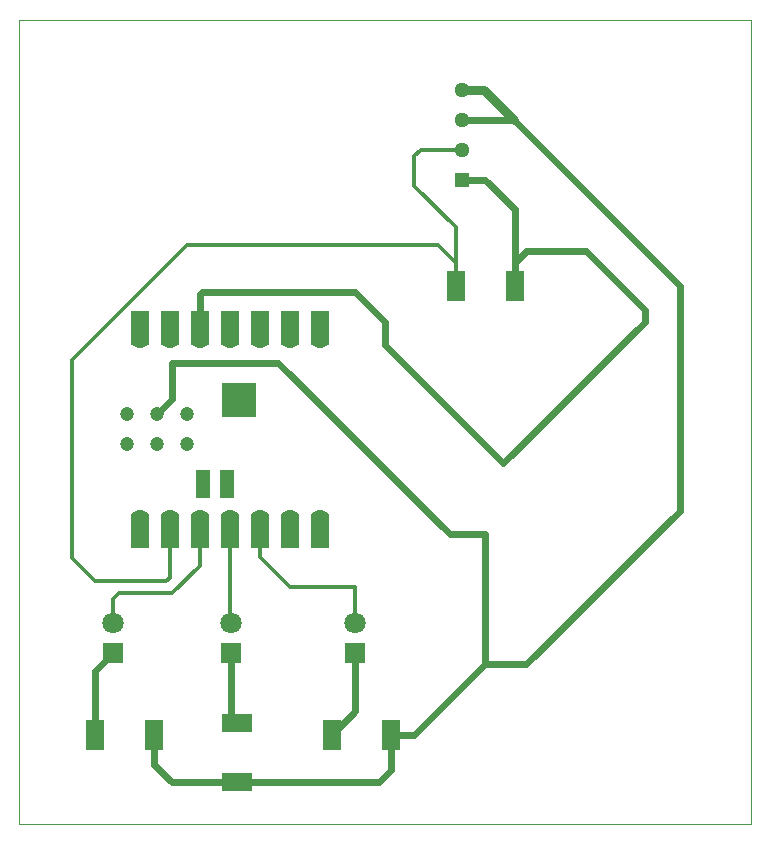
<source format=gbr>
%TF.GenerationSoftware,KiCad,Pcbnew,9.0.7*%
%TF.CreationDate,2026-03-04T16:06:22-05:00*%
%TF.ProjectId,practica,70726163-7469-4636-912e-6b696361645f,rev?*%
%TF.SameCoordinates,Original*%
%TF.FileFunction,Copper,L1,Top*%
%TF.FilePolarity,Positive*%
%FSLAX46Y46*%
G04 Gerber Fmt 4.6, Leading zero omitted, Abs format (unit mm)*
G04 Created by KiCad (PCBNEW 9.0.7) date 2026-03-04 16:06:22*
%MOMM*%
%LPD*%
G01*
G04 APERTURE LIST*
%TA.AperFunction,ComponentPad*%
%ADD10C,1.600000*%
%TD*%
%TA.AperFunction,SMDPad,CuDef*%
%ADD11R,1.600000X3.000000*%
%TD*%
%TA.AperFunction,SMDPad,CuDef*%
%ADD12R,1.200000X2.400000*%
%TD*%
%TA.AperFunction,SMDPad,CuDef*%
%ADD13C,1.200000*%
%TD*%
%TA.AperFunction,SMDPad,CuDef*%
%ADD14R,3.000000X3.000000*%
%TD*%
%TA.AperFunction,ComponentPad*%
%ADD15R,1.800000X1.800000*%
%TD*%
%TA.AperFunction,ComponentPad*%
%ADD16C,1.800000*%
%TD*%
%TA.AperFunction,ComponentPad*%
%ADD17R,1.290000X1.290000*%
%TD*%
%TA.AperFunction,ComponentPad*%
%ADD18C,1.290000*%
%TD*%
%TA.AperFunction,SMDPad,CuDef*%
%ADD19R,2.600000X1.600000*%
%TD*%
%TA.AperFunction,SMDPad,CuDef*%
%ADD20R,1.600000X2.600000*%
%TD*%
%TA.AperFunction,Conductor*%
%ADD21C,0.800000*%
%TD*%
%TA.AperFunction,Conductor*%
%ADD22C,0.600000*%
%TD*%
%TA.AperFunction,Conductor*%
%ADD23C,0.300000*%
%TD*%
%TA.AperFunction,Profile*%
%ADD24C,0.050000*%
%TD*%
G04 APERTURE END LIST*
D10*
%TO.P,M1,1,D0*%
%TO.N,unconnected-(M1-D0-Pad1)*%
X128260000Y-101235000D03*
D11*
%TO.N,unconnected-(M1-D0-Pad1)_1*%
X128260000Y-102235000D03*
D10*
%TO.P,M1,2,D1*%
%TO.N,Net-(M1-D1)*%
X130800000Y-101235000D03*
D11*
X130800000Y-102235000D03*
D10*
%TO.P,M1,3,D2*%
%TO.N,Net-(D1-A)*%
X133340000Y-101235000D03*
D11*
X133340000Y-102235000D03*
D10*
%TO.P,M1,4,D3*%
%TO.N,Net-(D2-A)*%
X135880000Y-101235000D03*
D11*
X135880000Y-102235000D03*
D10*
%TO.P,M1,5,D4*%
%TO.N,Net-(D3-A)*%
X138420000Y-101235000D03*
D11*
X138420000Y-102235000D03*
D10*
%TO.P,M1,6,D5*%
%TO.N,unconnected-(M1-D5-Pad6)*%
X140960000Y-101235000D03*
D11*
%TO.N,unconnected-(M1-D5-Pad6)_1*%
X140960000Y-102235000D03*
D10*
%TO.P,M1,7,D6*%
%TO.N,unconnected-(M1-D6-Pad7)_1*%
X143500000Y-101235000D03*
D11*
%TO.N,unconnected-(M1-D6-Pad7)*%
X143500000Y-102235000D03*
D10*
%TO.P,M1,8,D7*%
%TO.N,unconnected-(M1-D7-Pad8)*%
X143500000Y-86000000D03*
D11*
%TO.N,unconnected-(M1-D7-Pad8)_1*%
X143500000Y-85000000D03*
D10*
%TO.P,M1,9,D8*%
%TO.N,unconnected-(M1-D8-Pad9)_1*%
X140960000Y-86000000D03*
D11*
%TO.N,unconnected-(M1-D8-Pad9)*%
X140960000Y-85000000D03*
D10*
%TO.P,M1,10,D9*%
%TO.N,unconnected-(M1-D9-Pad10)*%
X138420000Y-86000000D03*
D11*
%TO.N,unconnected-(M1-D9-Pad10)_1*%
X138420000Y-85000000D03*
D10*
%TO.P,M1,11,D10*%
%TO.N,unconnected-(M1-D10-Pad11)*%
X135880000Y-86000000D03*
D11*
%TO.N,unconnected-(M1-D10-Pad11)_1*%
X135880000Y-85000000D03*
D10*
%TO.P,M1,12,3V3*%
%TO.N,Net-(M1-3V3)*%
X133340000Y-86000000D03*
D11*
X133340000Y-85000000D03*
D10*
%TO.P,M1,13,GND*%
%TO.N,unconnected-(M1-GND-Pad13)_1*%
X130800000Y-86000000D03*
D11*
%TO.N,unconnected-(M1-GND-Pad13)*%
X130800000Y-85000000D03*
D10*
%TO.P,M1,14,5V*%
%TO.N,unconnected-(M1-5V-Pad14)_1*%
X128260000Y-86000000D03*
D11*
%TO.N,unconnected-(M1-5V-Pad14)*%
X128260000Y-85000000D03*
D12*
%TO.P,M1,15,BAT_GND*%
%TO.N,unconnected-(M1-BAT_GND-Pad15)*%
X133580000Y-98220000D03*
%TO.P,M1,16,BAT_VIN*%
%TO.N,unconnected-(M1-BAT_VIN-Pad16)*%
X135680000Y-98220000D03*
D13*
%TO.P,M1,17,MTDI*%
%TO.N,unconnected-(M1-MTDI-Pad17)*%
X127200000Y-94890000D03*
%TO.P,M1,18,EN*%
%TO.N,unconnected-(M1-EN-Pad18)*%
X129740000Y-94890000D03*
%TO.P,M1,19,MTMS*%
%TO.N,unconnected-(M1-MTMS-Pad19)*%
X132280000Y-94890000D03*
%TO.P,M1,20,MTCK*%
%TO.N,unconnected-(M1-MTCK-Pad20)*%
X132280000Y-92350000D03*
%TO.P,M1,21,GND*%
%TO.N,Net-(M1-GND-Pad21)*%
X129740000Y-92350000D03*
%TO.P,M1,22,MTDO*%
%TO.N,unconnected-(M1-MTDO-Pad22)*%
X127200000Y-92350000D03*
D14*
%TO.P,M1,23,THERMAL*%
%TO.N,unconnected-(M1-THERMAL-Pad23)*%
X136630000Y-91120000D03*
%TD*%
D15*
%TO.P,D2,1,K*%
%TO.N,Net-(D2-K)*%
X136000000Y-112540000D03*
D16*
%TO.P,D2,2,A*%
%TO.N,Net-(D2-A)*%
X136000000Y-110000000D03*
%TD*%
D15*
%TO.P,D3,1,K*%
%TO.N,Net-(D3-K)*%
X146500000Y-112540000D03*
D16*
%TO.P,D3,2,A*%
%TO.N,Net-(D3-A)*%
X146500000Y-110000000D03*
%TD*%
D15*
%TO.P,D1,1,K*%
%TO.N,Net-(D1-K)*%
X126000000Y-112540000D03*
D16*
%TO.P,D1,2,A*%
%TO.N,Net-(D1-A)*%
X126000000Y-110000000D03*
%TD*%
D17*
%TO.P,U2,1,VDD*%
%TO.N,Net-(M1-3V3)*%
X155500000Y-72500000D03*
D18*
%TO.P,U2,2,SDA*%
%TO.N,Net-(M1-D1)*%
X155500000Y-69960000D03*
%TO.P,U2,3,GND*%
%TO.N,Net-(M1-GND-Pad21)*%
X155500000Y-67420000D03*
%TO.P,U2,4,GND*%
X155500000Y-64880000D03*
%TD*%
D19*
%TO.P,R2,1*%
%TO.N,Net-(D2-K)*%
X136500000Y-118500000D03*
%TO.P,R2,2*%
%TO.N,Net-(M1-GND-Pad21)*%
X136500000Y-123500000D03*
%TD*%
D20*
%TO.P,R4,1*%
%TO.N,Net-(M1-3V3)*%
X160000000Y-81500000D03*
%TO.P,R4,2*%
%TO.N,Net-(M1-D1)*%
X155000000Y-81500000D03*
%TD*%
%TO.P,R3,1*%
%TO.N,Net-(D3-K)*%
X144500000Y-119500000D03*
%TO.P,R3,2*%
%TO.N,Net-(M1-GND-Pad21)*%
X149500000Y-119500000D03*
%TD*%
%TO.P,R1,1*%
%TO.N,Net-(D1-K)*%
X124500000Y-119500000D03*
%TO.P,R1,2*%
%TO.N,Net-(M1-GND-Pad21)*%
X129500000Y-119500000D03*
%TD*%
D21*
%TO.N,Net-(M1-GND-Pad21)*%
X157380000Y-64880000D02*
X159920000Y-67420000D01*
X155500000Y-64880000D02*
X157380000Y-64880000D01*
D22*
%TO.N,Net-(D1-K)*%
X124500000Y-114040000D02*
X126000000Y-112540000D01*
X124500000Y-119500000D02*
X124500000Y-114040000D01*
D23*
%TO.N,Net-(D1-A)*%
X133340000Y-105160000D02*
X131000000Y-107500000D01*
X133340000Y-101235000D02*
X133340000Y-105160000D01*
X126000000Y-108000000D02*
X126000000Y-110000000D01*
X131000000Y-107500000D02*
X126500000Y-107500000D01*
X126500000Y-107500000D02*
X126000000Y-108000000D01*
D22*
%TO.N,Net-(D2-K)*%
X136000000Y-118000000D02*
X136500000Y-118500000D01*
X136000000Y-112540000D02*
X136000000Y-118000000D01*
D21*
%TO.N,Net-(D2-A)*%
X135880000Y-109880000D02*
X136000000Y-110000000D01*
D23*
X135880000Y-101235000D02*
X135880000Y-109880000D01*
%TO.N,Net-(D3-A)*%
X138420000Y-101235000D02*
X138420000Y-104420000D01*
X138420000Y-104420000D02*
X141000000Y-107000000D01*
X141000000Y-107000000D02*
X146500000Y-107000000D01*
X146500000Y-107000000D02*
X146500000Y-110000000D01*
D22*
%TO.N,Net-(D3-K)*%
X146500000Y-117500000D02*
X146500000Y-112540000D01*
X144500000Y-119500000D02*
X146500000Y-117500000D01*
%TO.N,Net-(M1-3V3)*%
X133340000Y-82160000D02*
X133340000Y-86000000D01*
X160000000Y-81500000D02*
X160000000Y-79500000D01*
X160000000Y-75000000D02*
X157500000Y-72500000D01*
X149000000Y-84500000D02*
X146500000Y-82000000D01*
X133500000Y-82000000D02*
X133340000Y-82160000D01*
X160000000Y-81500000D02*
X160000000Y-75000000D01*
X166000000Y-78500000D02*
X171000000Y-83500000D01*
X160000000Y-79500000D02*
X161000000Y-78500000D01*
X171000000Y-84500000D02*
X159000000Y-96500000D01*
X157500000Y-72500000D02*
X155500000Y-72500000D01*
X171000000Y-83500000D02*
X171000000Y-84500000D01*
X159000000Y-96500000D02*
X149000000Y-86500000D01*
X161000000Y-78500000D02*
X166000000Y-78500000D01*
X149000000Y-86500000D02*
X149000000Y-84500000D01*
X146500000Y-82000000D02*
X133500000Y-82000000D01*
D23*
%TO.N,Net-(M1-D1)*%
X155000000Y-76500000D02*
X151500000Y-73000000D01*
X152040000Y-69960000D02*
X155500000Y-69960000D01*
X155000000Y-81500000D02*
X155000000Y-79500000D01*
X130500000Y-106500000D02*
X130800000Y-106200000D01*
X130800000Y-106200000D02*
X130800000Y-101235000D01*
X155000000Y-81500000D02*
X155000000Y-76500000D01*
X124500000Y-106500000D02*
X130500000Y-106500000D01*
X122500000Y-104500000D02*
X124500000Y-106500000D01*
X153500000Y-78000000D02*
X132258000Y-78000000D01*
X155000000Y-79500000D02*
X153500000Y-78000000D01*
X151500000Y-70500000D02*
X152040000Y-69960000D01*
X151500000Y-73000000D02*
X151500000Y-70500000D01*
X132258000Y-78000000D02*
X122500000Y-87758000D01*
X122500000Y-87758000D02*
X122500000Y-104500000D01*
D22*
%TO.N,Net-(M1-GND-Pad21)*%
X159920000Y-67420000D02*
X155500000Y-67420000D01*
X131000000Y-88000000D02*
X140000000Y-88000000D01*
X131000000Y-123500000D02*
X136500000Y-123500000D01*
X157500000Y-113500000D02*
X151500000Y-119500000D01*
X131000000Y-88000000D02*
X131000000Y-91090000D01*
X157500000Y-102500000D02*
X157500000Y-113500000D01*
X174000000Y-100500000D02*
X174000000Y-81500000D01*
X131000000Y-91090000D02*
X129740000Y-92350000D01*
X174000000Y-81500000D02*
X159920000Y-67420000D01*
X129500000Y-122000000D02*
X131000000Y-123500000D01*
X157500000Y-113500000D02*
X161000000Y-113500000D01*
X154500000Y-102500000D02*
X157500000Y-102500000D01*
X136500000Y-123500000D02*
X148500000Y-123500000D01*
X149500000Y-122500000D02*
X149500000Y-119500000D01*
X129500000Y-119500000D02*
X129500000Y-122000000D01*
X151500000Y-119500000D02*
X149500000Y-119500000D01*
X161000000Y-113500000D02*
X174000000Y-100500000D01*
X140000000Y-88000000D02*
X154500000Y-102500000D01*
X148500000Y-123500000D02*
X149500000Y-122500000D01*
%TD*%
D10*
%TO.P,M1,1,D0*%
%TO.N,unconnected-(M1-D0-Pad1)*%
X128260000Y-101235000D03*
%TO.P,M1,2,D1*%
%TO.N,Net-(M1-D1)*%
X130800000Y-101235000D03*
%TO.P,M1,3,D2*%
%TO.N,Net-(D1-A)*%
X133340000Y-101235000D03*
%TO.P,M1,4,D3*%
%TO.N,Net-(D2-A)*%
X135880000Y-101235000D03*
%TO.P,M1,5,D4*%
%TO.N,Net-(D3-A)*%
X138420000Y-101235000D03*
%TO.P,M1,6,D5*%
%TO.N,unconnected-(M1-D5-Pad6)*%
X140960000Y-101235000D03*
%TO.P,M1,7,D6*%
%TO.N,unconnected-(M1-D6-Pad7)_1*%
X143500000Y-101235000D03*
%TO.P,M1,8,D7*%
%TO.N,unconnected-(M1-D7-Pad8)*%
X143500000Y-86000000D03*
%TO.P,M1,9,D8*%
%TO.N,unconnected-(M1-D8-Pad9)_1*%
X140960000Y-86000000D03*
%TO.P,M1,10,D9*%
%TO.N,unconnected-(M1-D9-Pad10)*%
X138420000Y-86000000D03*
%TO.P,M1,11,D10*%
%TO.N,unconnected-(M1-D10-Pad11)*%
X135880000Y-86000000D03*
%TO.P,M1,12,3V3*%
%TO.N,Net-(M1-3V3)*%
X133340000Y-86000000D03*
%TO.P,M1,13,GND*%
%TO.N,unconnected-(M1-GND-Pad13)_1*%
X130800000Y-86000000D03*
%TO.P,M1,14,5V*%
%TO.N,unconnected-(M1-5V-Pad14)_1*%
X128260000Y-86000000D03*
%TD*%
D15*
%TO.P,D2,1,K*%
%TO.N,Net-(D2-K)*%
X136000000Y-112540000D03*
D16*
%TO.P,D2,2,A*%
%TO.N,Net-(D2-A)*%
X136000000Y-110000000D03*
%TD*%
D15*
%TO.P,D3,1,K*%
%TO.N,Net-(D3-K)*%
X146500000Y-112540000D03*
D16*
%TO.P,D3,2,A*%
%TO.N,Net-(D3-A)*%
X146500000Y-110000000D03*
%TD*%
D15*
%TO.P,D1,1,K*%
%TO.N,Net-(D1-K)*%
X126000000Y-112540000D03*
D16*
%TO.P,D1,2,A*%
%TO.N,Net-(D1-A)*%
X126000000Y-110000000D03*
%TD*%
D17*
%TO.P,U2,1,VDD*%
%TO.N,Net-(M1-3V3)*%
X155500000Y-72500000D03*
D18*
%TO.P,U2,2,SDA*%
%TO.N,Net-(M1-D1)*%
X155500000Y-69960000D03*
%TO.P,U2,3,GND*%
%TO.N,Net-(M1-GND-Pad21)*%
X155500000Y-67420000D03*
%TO.P,U2,4,GND*%
X155500000Y-64880000D03*
%TD*%
D24*
X118000000Y-59000000D02*
X180000000Y-59000000D01*
X180000000Y-127000000D01*
X118000000Y-127000000D01*
X118000000Y-59000000D01*
M02*

</source>
